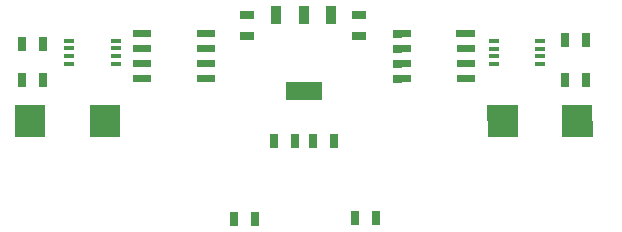
<source format=gbr>
G04 EAGLE Gerber X2 export*
G04 #@! %TF.Part,Single*
G04 #@! %TF.FileFunction,Paste,Top*
G04 #@! %TF.FilePolarity,Positive*
G04 #@! %TF.GenerationSoftware,Autodesk,EAGLE,8.6.0*
G04 #@! %TF.CreationDate,2018-03-03T07:31:49Z*
G75*
%MOMM*%
%FSLAX34Y34*%
%LPD*%
%AMOC8*
5,1,8,0,0,1.08239X$1,22.5*%
G01*
%ADD10R,0.800000X1.200000*%
%ADD11R,2.550000X2.700000*%
%ADD12R,0.950000X0.300000*%
%ADD13R,1.550000X0.600000*%
%ADD14R,1.200000X0.800000*%
%ADD15R,0.838200X1.600200*%
%ADD16R,3.098800X1.600200*%


D10*
X509000Y141900D03*
X491000Y141900D03*
D11*
X381400Y225100D03*
X318000Y225100D03*
D10*
X611000Y142700D03*
X593000Y142700D03*
D11*
G36*
X705427Y238522D02*
X730926Y238567D01*
X730973Y211568D01*
X705474Y211523D01*
X705427Y238522D01*
G37*
G36*
X768827Y238632D02*
X794326Y238677D01*
X794373Y211678D01*
X768874Y211633D01*
X768827Y238632D01*
G37*
D10*
X311000Y259900D03*
X329000Y259900D03*
X311000Y290000D03*
X329000Y290000D03*
X789000Y260000D03*
X771000Y260000D03*
X789000Y294000D03*
X771000Y294000D03*
D12*
X351350Y280350D03*
X351350Y273850D03*
X351350Y286850D03*
X351350Y293350D03*
X390850Y293350D03*
X390850Y286850D03*
X390850Y280350D03*
X390850Y273850D03*
D13*
G36*
X405267Y289410D02*
X420766Y289383D01*
X420755Y283384D01*
X405256Y283411D01*
X405267Y289410D01*
G37*
G36*
X405289Y302110D02*
X420788Y302083D01*
X420777Y296084D01*
X405278Y296111D01*
X405289Y302110D01*
G37*
G36*
X405245Y276710D02*
X420744Y276683D01*
X420733Y270684D01*
X405234Y270711D01*
X405245Y276710D01*
G37*
G36*
X405223Y264010D02*
X420722Y263983D01*
X420711Y257984D01*
X405212Y258011D01*
X405223Y264010D01*
G37*
G36*
X459223Y263916D02*
X474722Y263889D01*
X474711Y257890D01*
X459212Y257917D01*
X459223Y263916D01*
G37*
G36*
X459245Y276616D02*
X474744Y276589D01*
X474733Y270590D01*
X459234Y270617D01*
X459245Y276616D01*
G37*
G36*
X459267Y289316D02*
X474766Y289289D01*
X474755Y283290D01*
X459256Y283317D01*
X459267Y289316D01*
G37*
G36*
X459289Y302016D02*
X474788Y301989D01*
X474777Y295990D01*
X459278Y296017D01*
X459289Y302016D01*
G37*
D12*
X750150Y286350D03*
X750150Y292850D03*
X750150Y279850D03*
X750150Y273350D03*
X710650Y273350D03*
X710650Y279850D03*
X710650Y286350D03*
X710650Y292850D03*
D13*
G36*
X694798Y270832D02*
X679299Y270751D01*
X679268Y276750D01*
X694767Y276831D01*
X694798Y270832D01*
G37*
G36*
X694864Y258133D02*
X679365Y258052D01*
X679334Y264051D01*
X694833Y264132D01*
X694864Y258133D01*
G37*
G36*
X694731Y283532D02*
X679232Y283451D01*
X679201Y289450D01*
X694700Y289531D01*
X694731Y283532D01*
G37*
G36*
X694665Y296232D02*
X679166Y296151D01*
X679135Y302150D01*
X694634Y302231D01*
X694665Y296232D01*
G37*
G36*
X640666Y295949D02*
X625167Y295868D01*
X625136Y301867D01*
X640635Y301948D01*
X640666Y295949D01*
G37*
G36*
X640732Y283250D02*
X625233Y283169D01*
X625202Y289168D01*
X640701Y289249D01*
X640732Y283250D01*
G37*
G36*
X640799Y270550D02*
X625300Y270469D01*
X625269Y276468D01*
X640768Y276549D01*
X640799Y270550D01*
G37*
G36*
X640865Y257850D02*
X625366Y257769D01*
X625335Y263768D01*
X640834Y263849D01*
X640865Y257850D01*
G37*
D14*
X597000Y315000D03*
X597000Y297000D03*
D15*
X572800Y314804D03*
X549800Y314804D03*
X526800Y314804D03*
D16*
X549800Y250796D03*
D14*
X502000Y315000D03*
X502000Y297000D03*
D10*
X524400Y208000D03*
X542400Y208000D03*
X557800Y208000D03*
X575800Y208000D03*
M02*

</source>
